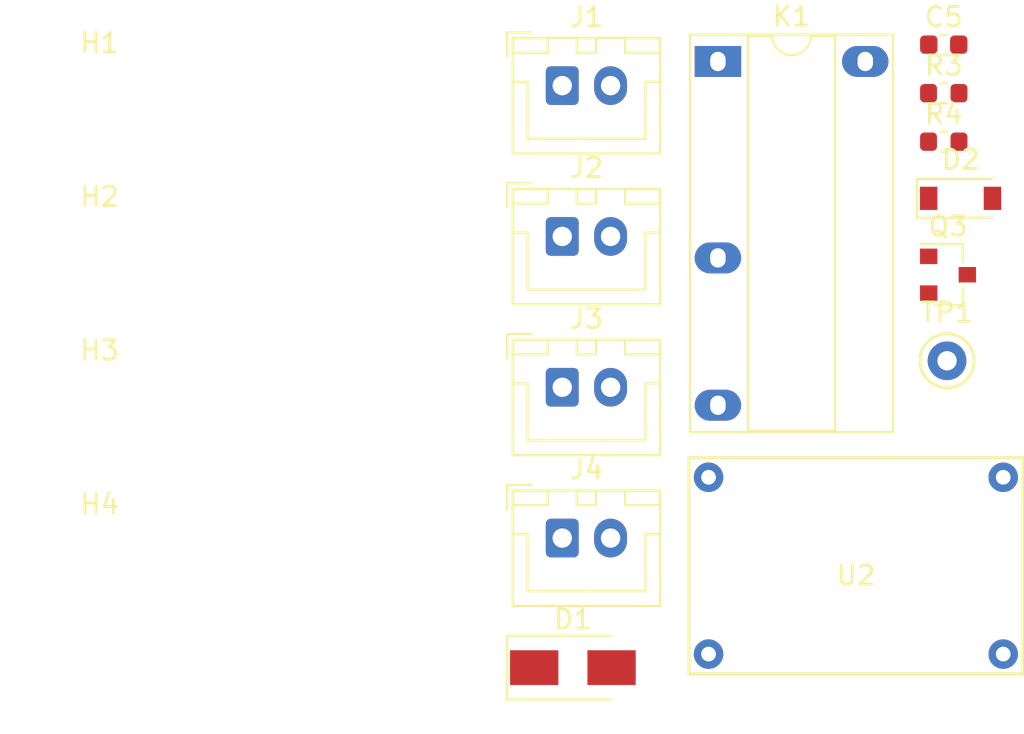
<source format=kicad_pcb>
(kicad_pcb (version 20230410) (generator pcbnew)
  (layers (0 "F.Cu" signal) (31 "B.Cu" signal) (34 "B.Paste" user) (35 "F.Paste" user) (36 "B.SilkS" user "B.Silkscreen") (37 "F.SilkS" user "F.Silkscreen") (38 "B.Mask" user) (39 "F.Mask" user) (44 "Edge.Cuts" user))
  (net 0 "")
  (net 1 "+5V")
  (net 2 "GND")
  (net 3 "Net-(D1-A)")
  (net 4 "Net-(D2-A)")
  (net 5 "+12V")
  (net 6 "Net-(J3-Pin_1)")
  (net 7 "Relay")
  (net 8 "Net-(Q3-G)")
  (footprint "MountingHole:MountingHole_3.2mm_M3" (layer "F.Cu") (at 36.576 74.346)
    (fp_text reference "H3" (at 0 -4.2) (layer "F.SilkS"))
    (fp_text value "MountingHole")
    (pad "" np_thru_hole circle (at 0 0) (size 3.2 3.2) (drill 3.2) (layers "*.Cu" "*.Mask"))
  )
  (footprint "Diode_SMD:D_SMA" (layer "F.Cu") (at 61.056 86.552)
    (fp_text reference "D1" (at 0 -2.5) (layer "F.SilkS"))
    (fp_text value "MBRA210LT3 ")
    (fp_line (start -3.4 -1.65) (end -3.4 1.65) (stroke (width 0.12)) (layer "F.SilkS"))
    (fp_line (start -3.4 -1.65) (end 2 -1.65) (stroke (width 0.12)) (layer "F.SilkS"))
    (fp_line (start -3.4 1.65) (end 2 1.65) (stroke (width 0.12)) (layer "F.SilkS"))
    (pad "1" smd rect (at -2 0) (size 2.5 1.8) (layers "F.Cu" "F.Paste" "F.Mask") (net 1 "+5V"))
    (pad "2" smd rect (at 2 0) (size 2.5 1.8) (layers "F.Cu" "F.Paste" "F.Mask") (net 3 "Net-(D1-A)"))
  )
  (footprint "Capacitor_SMD:C_0603_1608Metric" (layer "F.Cu") (at 80.236 54.332)
    (fp_text reference "C5" (at 0 -1.43) (layer "F.SilkS"))
    (fp_text value "10u")
    (fp_line (start -0.14058 -0.51) (end 0.14058 -0.51) (stroke (width 0.12)) (layer "F.SilkS"))
    (fp_line (start -0.14058 0.51) (end 0.14058 0.51) (stroke (width 0.12)) (layer "F.SilkS"))
    (pad "1" smd roundrect (at -0.775 0) (size 0.9 0.95) (layers "F.Cu" "F.Paste" "F.Mask") (net 1 "+5V"))
    (pad "2" smd roundrect (at 0.775 0) (size 0.9 0.95) (layers "F.Cu" "F.Paste" "F.Mask") (net 2 "GND"))
  )
  (footprint "TestPoint:TestPoint_Keystone_5000-5004_Miniature" (layer "F.Cu") (at 80.406 70.682)
    (fp_text reference "TP1" (at 0 -2.5) (layer "F.SilkS"))
    (fp_text value "TestPoint")
    (fp_circle (center 0 0) (end 1.4 0) (stroke (width 0.15)) (fill none) (layer "F.SilkS"))
    (pad "1" thru_hole circle (at 0 0) (size 2 2) (drill 1) (layers "*.Cu" "*.Mask") (net 2 "GND"))
  )
  (footprint "MountingHole:MountingHole_3.2mm_M3" (layer "F.Cu") (at 36.576 66.396)
    (fp_text reference "H2" (at 0 -4.2) (layer "F.SilkS"))
    (fp_text value "MountingHole")
    (pad "" np_thru_hole circle (at 0 0) (size 3.2 3.2) (drill 3.2) (layers "*.Cu" "*.Mask"))
  )
  (footprint "modules:DSN-MINI-360" (layer "F.Cu") (at 75.692 81.28)
    (fp_text reference "U2" (at 0 0.5) (layer "F.SilkS"))
    (fp_text value "DSN-MINI-360")
    (fp_line (start -8.636 -5.588) (end -8.636 -4.572) (stroke (width 0.15)) (layer "F.SilkS"))
    (fp_line (start -8.636 -5.588) (end 8.636 -5.588) (stroke (width 0.15)) (layer "F.SilkS"))
    (fp_line (start -8.636 4.572) (end -8.636 -4.572) (stroke (width 0.15)) (layer "F.SilkS"))
    (fp_line (start -8.636 4.572) (end -8.636 5.588) (stroke (width 0.15)) (layer "F.SilkS"))
    (fp_line (start 8.636 -4.572) (end 8.636 -5.588) (stroke (width 0.15)) (layer "F.SilkS"))
    (fp_line (start 8.636 -4.572) (end 8.636 4.572) (stroke (width 0.15)) (layer "F.SilkS"))
    (fp_line (start 8.636 5.588) (end -8.636 5.588) (stroke (width 0.15)) (layer "F.SilkS"))
    (fp_line (start 8.636 5.588) (end 8.636 4.572) (stroke (width 0.15)) (layer "F.SilkS"))
    (pad "IN+" thru_hole circle (at -7.62 4.572) (size 1.524 1.524) (drill 0.762) (layers "*.Cu" "*.Mask") (net 5 "+12V"))
    (pad "IN-" thru_hole circle (at -7.62 -4.572) (size 1.524 1.524) (drill 0.762) (layers "*.Cu" "*.Mask") (net 2 "GND"))
    (pad "OUT+" thru_hole circle (at 7.62 4.572) (size 1.524 1.524) (drill 0.762) (layers "*.Cu" "*.Mask") (net 3 "Net-(D1-A)"))
    (pad "OUT-" thru_hole circle (at 7.62 -4.572) (size 1.524 1.524) (drill 0.762) (layers "*.Cu" "*.Mask") (net 2 "GND"))
  )
  (footprint "Connector_JST:JST_XH_B2B-XH-A_1x02_P2.50mm_Vertical" (layer "F.Cu") (at 60.506 56.452)
    (fp_text reference "J1" (at 1.25 -3.55) (layer "F.SilkS"))
    (fp_text value "Conn_01x02")
    (fp_line (start -2.85 -2.75) (end -2.85 -1.5) (stroke (width 0.12)) (layer "F.SilkS"))
    (fp_line (start -2.56 -2.46) (end -2.56 3.51) (stroke (width 0.12)) (layer "F.SilkS"))
    (fp_line (start -2.56 3.51) (end 5.06 3.51) (stroke (width 0.12)) (layer "F.SilkS"))
    (fp_line (start -2.55 -2.45) (end -2.55 -1.7) (stroke (width 0.12)) (layer "F.SilkS"))
    (fp_line (start -2.55 -1.7) (end -0.75 -1.7) (stroke (width 0.12)) (layer "F.SilkS"))
    (fp_line (start -2.55 -0.2) (end -1.8 -0.2) (stroke (width 0.12)) (layer "F.SilkS"))
    (fp_line (start -1.8 -0.2) (end -1.8 2.75) (stroke (width 0.12)) (layer "F.SilkS"))
    (fp_line (start -1.8 2.75) (end 1.25 2.75) (stroke (width 0.12)) (layer "F.SilkS"))
    (fp_line (start -1.6 -2.75) (end -2.85 -2.75) (stroke (width 0.12)) (layer "F.SilkS"))
    (fp_line (start -0.75 -2.45) (end -2.55 -2.45) (stroke (width 0.12)) (layer "F.SilkS"))
    (fp_line (start -0.75 -1.7) (end -0.75 -2.45) (stroke (width 0.12)) (layer "F.SilkS"))
    (fp_line (start 0.75 -2.45) (end 0.75 -1.7) (stroke (width 0.12)) (layer "F.SilkS"))
    (fp_line (start 0.75 -1.7) (end 1.75 -1.7) (stroke (width 0.12)) (layer "F.SilkS"))
    (fp_line (start 1.75 -2.45) (end 0.75 -2.45) (stroke (width 0.12)) (layer "F.SilkS"))
    (fp_line (start 1.75 -1.7) (end 1.75 -2.45) (stroke (width 0.12)) (layer "F.SilkS"))
    (fp_line (start 3.25 -2.45) (end 3.25 -1.7) (stroke (width 0.12)) (layer "F.SilkS"))
    (fp_line (start 3.25 -1.7) (end 5.05 -1.7) (stroke (width 0.12)) (layer "F.SilkS"))
    (fp_line (start 4.3 -0.2) (end 4.3 2.75) (stroke (width 0.12)) (layer "F.SilkS"))
    (fp_line (start 4.3 2.75) (end 1.25 2.75) (stroke (width 0.12)) (layer "F.SilkS"))
    (fp_line (start 5.05 -2.45) (end 3.25 -2.45) (stroke (width 0.12)) (layer "F.SilkS"))
    (fp_line (start 5.05 -1.7) (end 5.05 -2.45) (stroke (width 0.12)) (layer "F.SilkS"))
    (fp_line (start 5.05 -0.2) (end 4.3 -0.2) (stroke (width 0.12)) (layer "F.SilkS"))
    (fp_line (start 5.06 -2.46) (end -2.56 -2.46) (stroke (width 0.12)) (layer "F.SilkS"))
    (fp_line (start 5.06 3.51) (end 5.06 -2.46) (stroke (width 0.12)) (layer "F.SilkS"))
    (pad "1" thru_hole roundrect (at 0 0) (size 1.7 2) (drill 1) (layers "*.Cu" "*.Mask") (roundrect_rratio 0.147059) (net 5 "+12V"))
    (pad "2" thru_hole oval (at 2.5 0) (size 1.7 2) (drill 1) (layers "*.Cu" "*.Mask") (net 2 "GND"))
  )
  (footprint "Package_TO_SOT_SMD:SOT-23" (layer "F.Cu") (at 80.456 66.232)
    (fp_text reference "Q3" (at 0 -2.5) (layer "F.SilkS"))
    (fp_text value "BSS138")
    (fp_line (start 0.76 -1.58) (end -1.4 -1.58) (stroke (width 0.12)) (layer "F.SilkS"))
    (fp_line (start 0.76 -1.58) (end 0.76 -0.65) (stroke (width 0.12)) (layer "F.SilkS"))
    (fp_line (start 0.76 1.58) (end -0.7 1.58) (stroke (width 0.12)) (layer "F.SilkS"))
    (fp_line (start 0.76 1.58) (end 0.76 0.65) (stroke (width 0.12)) (layer "F.SilkS"))
    (pad "1" smd rect (at -1 -0.95) (size 0.9 0.8) (layers "F.Cu" "F.Paste" "F.Mask") (net 8 "Net-(Q3-G)"))
    (pad "2" smd rect (at -1 0.95) (size 0.9 0.8) (layers "F.Cu" "F.Paste" "F.Mask") (net 2 "GND"))
    (pad "3" smd rect (at 1 0) (size 0.9 0.8) (layers "F.Cu" "F.Paste" "F.Mask") (net 4 "Net-(D2-A)"))
  )
  (footprint "Resistor_SMD:R_0603_1608Metric" (layer "F.Cu") (at 80.236 59.352)
    (fp_text reference "R4" (at 0 -1.43) (layer "F.SilkS"))
    (fp_text value "1K")
    (fp_line (start -0.162779 -0.51) (end 0.162779 -0.51) (stroke (width 0.12)) (layer "F.SilkS"))
    (fp_line (start -0.162779 0.51) (end 0.162779 0.51) (stroke (width 0.12)) (layer "F.SilkS"))
    (pad "1" smd roundrect (at -0.7875 0) (size 0.875 0.95) (layers "F.Cu" "F.Paste" "F.Mask") (net 8 "Net-(Q3-G)"))
    (pad "2" smd roundrect (at 0.7875 0) (size 0.875 0.95) (layers "F.Cu" "F.Paste" "F.Mask") (net 7 "Relay"))
  )
  (footprint "MountingHole:MountingHole_3.2mm_M3" (layer "F.Cu") (at 36.576 82.296)
    (fp_text reference "H4" (at 0 -4.2) (layer "F.SilkS"))
    (fp_text value "MountingHole")
    (pad "" np_thru_hole circle (at 0 0) (size 3.2 3.2) (drill 3.2) (layers "*.Cu" "*.Mask"))
  )
  (footprint "MountingHole:MountingHole_3.2mm_M3" (layer "F.Cu") (at 36.576 58.446)
    (fp_text reference "H1" (at 0 -4.2) (layer "F.SilkS"))
    (fp_text value "MountingHole")
    (pad "" np_thru_hole circle (at 0 0) (size 3.2 3.2) (drill 3.2) (layers "*.Cu" "*.Mask"))
  )
  (footprint "Diode_SMD:D_SOD-123" (layer "F.Cu") (at 81.106 62.282)
    (fp_text reference "D2" (at 0 -2) (layer "F.SilkS"))
    (fp_text value "1N4148")
    (fp_line (start -2.25 -1) (end -2.25 1) (stroke (width 0.12)) (layer "F.SilkS"))
    (fp_line (start -2.25 -1) (end 1.65 -1) (stroke (width 0.12)) (layer "F.SilkS"))
    (fp_line (start -2.25 1) (end 1.65 1) (stroke (width 0.12)) (layer "F.SilkS"))
    (pad "1" smd rect (at -1.65 0) (size 0.9 1.2) (layers "F.Cu" "F.Paste" "F.Mask") (net 1 "+5V"))
    (pad "2" smd rect (at 1.65 0) (size 0.9 1.2) (layers "F.Cu" "F.Paste" "F.Mask") (net 4 "Net-(D2-A)"))
  )
  (footprint "Connector_JST:JST_XH_B2B-XH-A_1x02_P2.50mm_Vertical" (layer "F.Cu") (at 60.506 72.052)
    (fp_text reference "J3" (at 1.25 -3.55) (layer "F.SilkS"))
    (fp_text value "CONN_01X02")
    (fp_line (start -2.85 -2.75) (end -2.85 -1.5) (stroke (width 0.12)) (layer "F.SilkS"))
    (fp_line (start -2.56 -2.46) (end -2.56 3.51) (stroke (width 0.12)) (layer "F.SilkS"))
    (fp_line (start -2.56 3.51) (end 5.06 3.51) (stroke (width 0.12)) (layer "F.SilkS"))
    (fp_line (start -2.55 -2.45) (end -2.55 -1.7) (stroke (width 0.12)) (layer "F.SilkS"))
    (fp_line (start -2.55 -1.7) (end -0.75 -1.7) (stroke (width 0.12)) (layer "F.SilkS"))
    (fp_line (start -2.55 -0.2) (end -1.8 -0.2) (stroke (width 0.12)) (layer "F.SilkS"))
    (fp_line (start -1.8 -0.2) (end -1.8 2.75) (stroke (width 0.12)) (layer "F.SilkS"))
    (fp_line (start -1.8 2.75) (end 1.25 2.75) (stroke (width 0.12)) (layer "F.SilkS"))
    (fp_line (start -1.6 -2.75) (end -2.85 -2.75) (stroke (width 0.12)) (layer "F.SilkS"))
    (fp_line (start -0.75 -2.45) (end -2.55 -2.45) (stroke (width 0.12)) (layer "F.SilkS"))
    (fp_line (start -0.75 -1.7) (end -0.75 -2.45) (stroke (width 0.12)) (layer "F.SilkS"))
    (fp_line (start 0.75 -2.45) (end 0.75 -1.7) (stroke (width 0.12)) (layer "F.SilkS"))
    (fp_line (start 0.75 -1.7) (end 1.75 -1.7) (stroke (width 0.12)) (layer "F.SilkS"))
    (fp_line (start 1.75 -2.45) (end 0.75 -2.45) (stroke (width 0.12)) (layer "F.SilkS"))
    (fp_line (start 1.75 -1.7) (end 1.75 -2.45) (stroke (width 0.12)) (layer "F.SilkS"))
    (fp_line (start 3.25 -2.45) (end 3.25 -1.7) (stroke (width 0.12)) (layer "F.SilkS"))
    (fp_line (start 3.25 -1.7) (end 5.05 -1.7) (stroke (width 0.12)) (layer "F.SilkS"))
    (fp_line (start 4.3 -0.2) (end 4.3 2.75) (stroke (width 0.12)) (layer "F.SilkS"))
    (fp_line (start 4.3 2.75) (end 1.25 2.75) (stroke (width 0.12)) (layer "F.SilkS"))
    (fp_line (start 5.05 -2.45) (end 3.25 -2.45) (stroke (width 0.12)) (layer "F.SilkS"))
    (fp_line (start 5.05 -1.7) (end 5.05 -2.45) (stroke (width 0.12)) (layer "F.SilkS"))
    (fp_line (start 5.05 -0.2) (end 4.3 -0.2) (stroke (width 0.12)) (layer "F.SilkS"))
    (fp_line (start 5.06 -2.46) (end -2.56 -2.46) (stroke (width 0.12)) (layer "F.SilkS"))
    (fp_line (start 5.06 3.51) (end 5.06 -2.46) (stroke (width 0.12)) (layer "F.SilkS"))
    (pad "1" thru_hole roundrect (at 0 0) (size 1.7 2) (drill 1) (layers "*.Cu" "*.Mask") (roundrect_rratio 0.147059) (net 6 "Net-(J3-Pin_1)"))
    (pad "2" thru_hole oval (at 2.5 0) (size 1.7 2) (drill 1) (layers "*.Cu" "*.Mask") (net 2 "GND"))
  )
  (footprint "Connector_JST:JST_XH_B2B-XH-A_1x02_P2.50mm_Vertical" (layer "F.Cu") (at 60.506 79.852)
    (fp_text reference "J4" (at 1.25 -3.55) (layer "F.SilkS"))
    (fp_text value "Conn_01x02")
    (fp_line (start -2.85 -2.75) (end -2.85 -1.5) (stroke (width 0.12)) (layer "F.SilkS"))
    (fp_line (start -2.56 -2.46) (end -2.56 3.51) (stroke (width 0.12)) (layer "F.SilkS"))
    (fp_line (start -2.56 3.51) (end 5.06 3.51) (stroke (width 0.12)) (layer "F.SilkS"))
    (fp_line (start -2.55 -2.45) (end -2.55 -1.7) (stroke (width 0.12)) (layer "F.SilkS"))
    (fp_line (start -2.55 -1.7) (end -0.75 -1.7) (stroke (width 0.12)) (layer "F.SilkS"))
    (fp_line (start -2.55 -0.2) (end -1.8 -0.2) (stroke (width 0.12)) (layer "F.SilkS"))
    (fp_line (start -1.8 -0.2) (end -1.8 2.75) (stroke (width 0.12)) (layer "F.SilkS"))
    (fp_line (start -1.8 2.75) (end 1.25 2.75) (stroke (width 0.12)) (layer "F.SilkS"))
    (fp_line (start -1.6 -2.75) (end -2.85 -2.75) (stroke (width 0.12)) (layer "F.SilkS"))
    (fp_line (start -0.75 -2.45) (end -2.55 -2.45) (stroke (width 0.12)) (layer "F.SilkS"))
    (fp_line (start -0.75 -1.7) (end -0.75 -2.45) (stroke (width 0.12)) (layer "F.SilkS"))
    (fp_line (start 0.75 -2.45) (end 0.75 -1.7) (stroke (width 0.12)) (layer "F.SilkS"))
    (fp_line (start 0.75 -1.7) (end 1.75 -1.7) (stroke (width 0.12)) (layer "F.SilkS"))
    (fp_line (start 1.75 -2.45) (end 0.75 -2.45) (stroke (width 0.12)) (layer "F.SilkS"))
    (fp_line (start 1.75 -1.7) (end 1.75 -2.45) (stroke (width 0.12)) (layer "F.SilkS"))
    (fp_line (start 3.25 -2.45) (end 3.25 -1.7) (stroke (width 0.12)) (layer "F.SilkS"))
    (fp_line (start 3.25 -1.7) (end 5.05 -1.7) (stroke (width 0.12)) (layer "F.SilkS"))
    (fp_line (start 4.3 -0.2) (end 4.3 2.75) (stroke (width 0.12)) (layer "F.SilkS"))
    (fp_line (start 4.3 2.75) (end 1.25 2.75) (stroke (width 0.12)) (layer "F.SilkS"))
    (fp_line (start 5.05 -2.45) (end 3.25 -2.45) (stroke (width 0.12)) (layer "F.SilkS"))
    (fp_line (start 5.05 -1.7) (end 5.05 -2.45) (stroke (width 0.12)) (layer "F.SilkS"))
    (fp_line (start 5.05 -0.2) (end 4.3 -0.2) (stroke (width 0.12)) (layer "F.SilkS"))
    (fp_line (start 5.06 -2.46) (end -2.56 -2.46) (stroke (width 0.12)) (layer "F.SilkS"))
    (fp_line (start 5.06 3.51) (end 5.06 -2.46) (stroke (width 0.12)) (layer "F.SilkS"))
    (pad "1" thru_hole roundrect (at 0 0) (size 1.7 2) (drill 1) (layers "*.Cu" "*.Mask") (roundrect_rratio 0.147059) (net 7 "Relay"))
    (pad "2" thru_hole oval (at 2.5 0) (size 1.7 2) (drill 1) (layers "*.Cu" "*.Mask") (net 2 "GND"))
  )
  (footprint "modules:DIL-relay" (layer "F.Cu") (at 68.556 55.202)
    (fp_text reference "K1" (at 3.81 -2.33) (layer "F.SilkS"))
    (fp_text value "G6B-1114C-US5DC")
    (fp_line (start -1.44 -1.39) (end -1.44 19.17) (stroke (width 0.12)) (layer "F.SilkS"))
    (fp_line (start -1.44 19.17) (end 9.06 19.17) (stroke (width 0.12)) (layer "F.SilkS"))
    (fp_line (start 1.56 -1.33) (end 1.56 19.11) (stroke (width 0.12)) (layer "F.SilkS"))
    (fp_line (start 1.56 19.11) (end 6.06 19.11) (stroke (width 0.12)) (layer "F.SilkS"))
    (fp_line (start 2.81 -1.33) (end 1.56 -1.33) (stroke (width 0.12)) (layer "F.SilkS"))
    (fp_line (start 6.06 -1.33) (end 4.81 -1.33) (stroke (width 0.12)) (layer "F.SilkS"))
    (fp_line (start 6.06 19.11) (end 6.06 -1.33) (stroke (width 0.12)) (layer "F.SilkS"))
    (fp_line (start 9.06 -1.39) (end -1.44 -1.39) (stroke (width 0.12)) (layer "F.SilkS"))
    (fp_line (start 9.06 19.17) (end 9.06 -1.39) (stroke (width 0.12)) (layer "F.SilkS"))
    (fp_arc (start 4.81 -1.33) (mid 3.81 -0.33) (end 2.81 -1.33) (stroke (width 0.12)) (layer "F.SilkS"))
    (pad "1" thru_hole rect (at 0 0) (size 2.4 1.6) (drill oval 0.8 1) (layers "*.Cu" "*.Mask") (net 4 "Net-(D2-A)"))
    (pad "2" thru_hole oval (at 7.62 0) (size 2.4 1.6) (drill oval 0.8 1) (layers "*.Cu" "*.Mask") (net 1 "+5V"))
    (pad "3" thru_hole oval (at 0 10.16) (size 2.4 1.6) (drill oval 0.8 1) (layers "*.Cu" "*.Mask") (net 5 "+12V"))
    (pad "4" thru_hole oval (at 0 17.78) (size 2.4 1.6) (drill oval 0.8 1) (layers "*.Cu" "*.Mask") (net 6 "Net-(J3-Pin_1)"))
  )
  (footprint "Connector_JST:JST_XH_B2B-XH-A_1x02_P2.50mm_Vertical" (layer "F.Cu") (at 60.506 64.252)
    (fp_text reference "J2" (at 1.25 -3.55) (layer "F.SilkS"))
    (fp_text value "Conn_01x02")
    (fp_line (start -2.85 -2.75) (end -2.85 -1.5) (stroke (width 0.12)) (layer "F.SilkS"))
    (fp_line (start -2.56 -2.46) (end -2.56 3.51) (stroke (width 0.12)) (layer "F.SilkS"))
    (fp_line (start -2.56 3.51) (end 5.06 3.51) (stroke (width 0.12)) (layer "F.SilkS"))
    (fp_line (start -2.55 -2.45) (end -2.55 -1.7) (stroke (width 0.12)) (layer "F.SilkS"))
    (fp_line (start -2.55 -1.7) (end -0.75 -1.7) (stroke (width 0.12)) (layer "F.SilkS"))
    (fp_line (start -2.55 -0.2) (end -1.8 -0.2) (stroke (width 0.12)) (layer "F.SilkS"))
    (fp_line (start -1.8 -0.2) (end -1.8 2.75) (stroke (width 0.12)) (layer "F.SilkS"))
    (fp_line (start -1.8 2.75) (end 1.25 2.75) (stroke (width 0.12)) (layer "F.SilkS"))
    (fp_line (start -1.6 -2.75) (end -2.85 -2.75) (stroke (width 0.12)) (layer "F.SilkS"))
    (fp_line (start -0.75 -2.45) (end -2.55 -2.45) (stroke (width 0.12)) (layer "F.SilkS"))
    (fp_line (start -0.75 -1.7) (end -0.75 -2.45) (stroke (width 0.12)) (layer "F.SilkS"))
    (fp_line (start 0.75 -2.45) (end 0.75 -1.7) (stroke (width 0.12)) (layer "F.SilkS"))
    (fp_line (start 0.75 -1.7) (end 1.75 -1.7) (stroke (width 0.12)) (layer "F.SilkS"))
    (fp_line (start 1.75 -2.45) (end 0.75 -2.45) (stroke (width 0.12)) (layer "F.SilkS"))
    (fp_line (start 1.75 -1.7) (end 1.75 -2.45) (stroke (width 0.12)) (layer "F.SilkS"))
    (fp_line (start 3.25 -2.45) (end 3.25 -1.7) (stroke (width 0.12)) (layer "F.SilkS"))
    (fp_line (start 3.25 -1.7) (end 5.05 -1.7) (stroke (width 0.12)) (layer "F.SilkS"))
    (fp_line (start 4.3 -0.2) (end 4.3 2.75) (stroke (width 0.12)) (layer "F.SilkS"))
    (fp_line (start 4.3 2.75) (end 1.25 2.75) (stroke (width 0.12)) (layer "F.SilkS"))
    (fp_line (start 5.05 -2.45) (end 3.25 -2.45) (stroke (width 0.12)) (layer "F.SilkS"))
    (fp_line (start 5.05 -1.7) (end 5.05 -2.45) (stroke (width 0.12)) (layer "F.SilkS"))
    (fp_line (start 5.05 -0.2) (end 4.3 -0.2) (stroke (width 0.12)) (layer "F.SilkS"))
    (fp_line (start 5.06 -2.46) (end -2.56 -2.46) (stroke (width 0.12)) (layer "F.SilkS"))
    (fp_line (start 5.06 3.51) (end 5.06 -2.46) (stroke (width 0.12)) (layer "F.SilkS"))
    (pad "1" thru_hole roundrect (at 0 0) (size 1.7 2) (drill 1) (layers "*.Cu" "*.Mask") (roundrect_rratio 0.147059) (net 5 "+12V"))
    (pad "2" thru_hole oval (at 2.5 0) (size 1.7 2) (drill 1) (layers "*.Cu" "*.Mask") (net 2 "GND"))
  )
  (footprint "Resistor_SMD:R_0603_1608Metric" (layer "F.Cu") (at 80.236 56.842)
    (fp_text reference "R3" (at 0 -1.43) (layer "F.SilkS"))
    (fp_text value "10K")
    (fp_line (start -0.162779 -0.51) (end 0.162779 -0.51) (stroke (width 0.12)) (layer "F.SilkS"))
    (fp_line (start -0.162779 0.51) (end 0.162779 0.51) (stroke (width 0.12)) (layer "F.SilkS"))
    (pad "1" smd roundrect (at -0.7875 0) (size 0.875 0.95) (layers "F.Cu" "F.Paste" "F.Mask") (net 8 "Net-(Q3-G)"))
    (pad "2" smd roundrect (at 0.7875 0) (size 0.875 0.95) (layers "F.Cu" "F.Paste" "F.Mask") (net 2 "GND"))
  )
)
</source>
